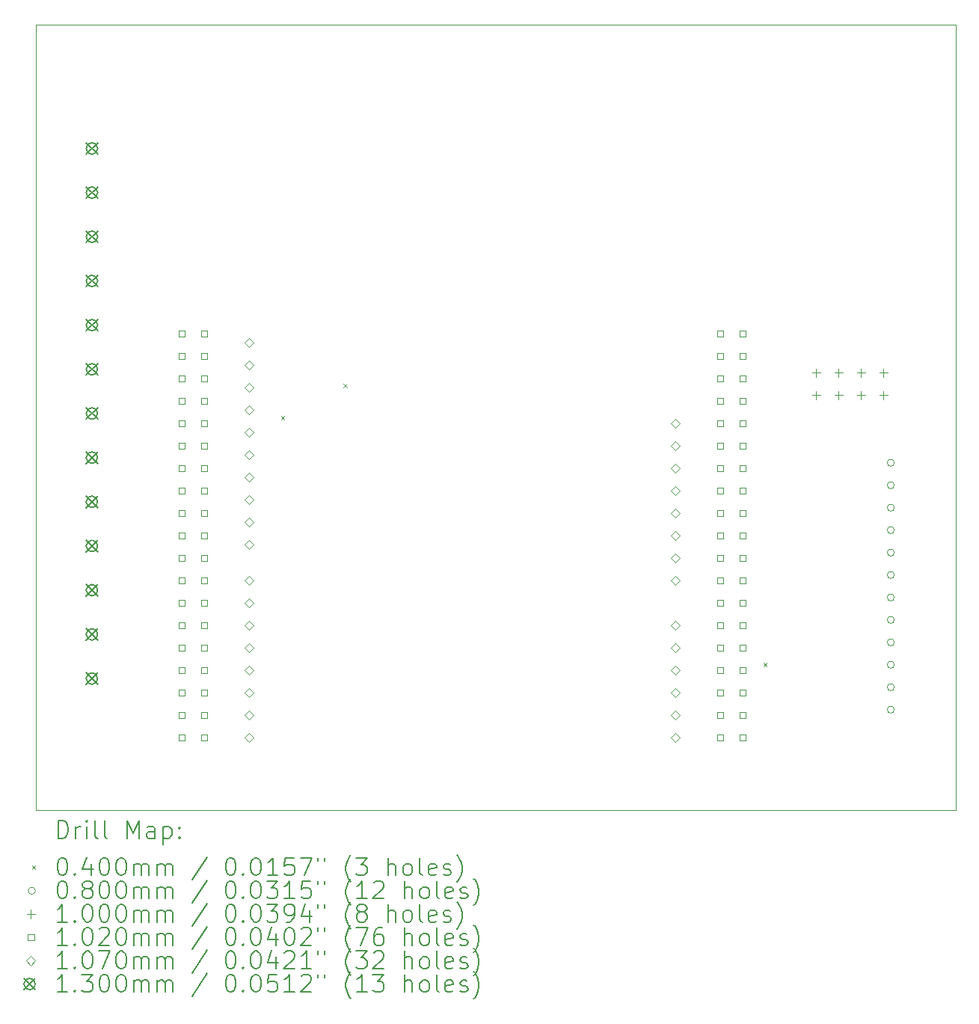
<source format=gbr>
%TF.GenerationSoftware,KiCad,Pcbnew,(6.0.11)*%
%TF.CreationDate,2023-03-04T13:30:12-06:00*%
%TF.ProjectId,STM,53544d2e-6b69-4636-9164-5f7063625858,rev?*%
%TF.SameCoordinates,Original*%
%TF.FileFunction,Drillmap*%
%TF.FilePolarity,Positive*%
%FSLAX45Y45*%
G04 Gerber Fmt 4.5, Leading zero omitted, Abs format (unit mm)*
G04 Created by KiCad (PCBNEW (6.0.11)) date 2023-03-04 13:30:12*
%MOMM*%
%LPD*%
G01*
G04 APERTURE LIST*
%ADD10C,0.100000*%
%ADD11C,0.200000*%
%ADD12C,0.040000*%
%ADD13C,0.080000*%
%ADD14C,0.102000*%
%ADD15C,0.107000*%
%ADD16C,0.130000*%
G04 APERTURE END LIST*
D10*
X15748000Y-14478000D02*
X15748000Y-5588000D01*
X15748000Y-5588000D02*
X5334000Y-5588000D01*
X5334000Y-14478000D02*
X15748000Y-14478000D01*
X5334000Y-5588000D02*
X5334000Y-14478000D01*
D11*
D12*
X8108000Y-10013000D02*
X8148000Y-10053000D01*
X8148000Y-10013000D02*
X8108000Y-10053000D01*
X8814820Y-9651730D02*
X8854820Y-9691730D01*
X8854820Y-9651730D02*
X8814820Y-9691730D01*
X13569000Y-12807000D02*
X13609000Y-12847000D01*
X13609000Y-12807000D02*
X13569000Y-12847000D01*
D13*
X15052000Y-10542500D02*
G75*
G03*
X15052000Y-10542500I-40000J0D01*
G01*
X15052000Y-10796500D02*
G75*
G03*
X15052000Y-10796500I-40000J0D01*
G01*
X15052000Y-11050500D02*
G75*
G03*
X15052000Y-11050500I-40000J0D01*
G01*
X15052000Y-11304500D02*
G75*
G03*
X15052000Y-11304500I-40000J0D01*
G01*
X15052000Y-11558500D02*
G75*
G03*
X15052000Y-11558500I-40000J0D01*
G01*
X15052000Y-11812500D02*
G75*
G03*
X15052000Y-11812500I-40000J0D01*
G01*
X15052000Y-12066500D02*
G75*
G03*
X15052000Y-12066500I-40000J0D01*
G01*
X15052000Y-12320500D02*
G75*
G03*
X15052000Y-12320500I-40000J0D01*
G01*
X15052000Y-12574500D02*
G75*
G03*
X15052000Y-12574500I-40000J0D01*
G01*
X15052000Y-12828500D02*
G75*
G03*
X15052000Y-12828500I-40000J0D01*
G01*
X15052000Y-13082500D02*
G75*
G03*
X15052000Y-13082500I-40000J0D01*
G01*
X15052000Y-13336500D02*
G75*
G03*
X15052000Y-13336500I-40000J0D01*
G01*
D10*
X14169500Y-9475000D02*
X14169500Y-9575000D01*
X14119500Y-9525000D02*
X14219500Y-9525000D01*
X14169500Y-9729000D02*
X14169500Y-9829000D01*
X14119500Y-9779000D02*
X14219500Y-9779000D01*
X14423500Y-9475000D02*
X14423500Y-9575000D01*
X14373500Y-9525000D02*
X14473500Y-9525000D01*
X14423500Y-9729000D02*
X14423500Y-9829000D01*
X14373500Y-9779000D02*
X14473500Y-9779000D01*
X14677500Y-9475000D02*
X14677500Y-9575000D01*
X14627500Y-9525000D02*
X14727500Y-9525000D01*
X14677500Y-9729000D02*
X14677500Y-9829000D01*
X14627500Y-9779000D02*
X14727500Y-9779000D01*
X14931500Y-9475000D02*
X14931500Y-9575000D01*
X14881500Y-9525000D02*
X14981500Y-9525000D01*
X14931500Y-9729000D02*
X14931500Y-9829000D01*
X14881500Y-9779000D02*
X14981500Y-9779000D01*
D14*
X7021063Y-9118063D02*
X7021063Y-9045937D01*
X6948937Y-9045937D01*
X6948937Y-9118063D01*
X7021063Y-9118063D01*
X7021063Y-9372063D02*
X7021063Y-9299937D01*
X6948937Y-9299937D01*
X6948937Y-9372063D01*
X7021063Y-9372063D01*
X7021063Y-9626063D02*
X7021063Y-9553937D01*
X6948937Y-9553937D01*
X6948937Y-9626063D01*
X7021063Y-9626063D01*
X7021063Y-9880063D02*
X7021063Y-9807937D01*
X6948937Y-9807937D01*
X6948937Y-9880063D01*
X7021063Y-9880063D01*
X7021063Y-10134063D02*
X7021063Y-10061937D01*
X6948937Y-10061937D01*
X6948937Y-10134063D01*
X7021063Y-10134063D01*
X7021063Y-10388063D02*
X7021063Y-10315937D01*
X6948937Y-10315937D01*
X6948937Y-10388063D01*
X7021063Y-10388063D01*
X7021063Y-10642063D02*
X7021063Y-10569937D01*
X6948937Y-10569937D01*
X6948937Y-10642063D01*
X7021063Y-10642063D01*
X7021063Y-10896063D02*
X7021063Y-10823937D01*
X6948937Y-10823937D01*
X6948937Y-10896063D01*
X7021063Y-10896063D01*
X7021063Y-11150063D02*
X7021063Y-11077937D01*
X6948937Y-11077937D01*
X6948937Y-11150063D01*
X7021063Y-11150063D01*
X7021063Y-11404063D02*
X7021063Y-11331937D01*
X6948937Y-11331937D01*
X6948937Y-11404063D01*
X7021063Y-11404063D01*
X7021063Y-11658063D02*
X7021063Y-11585937D01*
X6948937Y-11585937D01*
X6948937Y-11658063D01*
X7021063Y-11658063D01*
X7021063Y-11912063D02*
X7021063Y-11839937D01*
X6948937Y-11839937D01*
X6948937Y-11912063D01*
X7021063Y-11912063D01*
X7021063Y-12166063D02*
X7021063Y-12093937D01*
X6948937Y-12093937D01*
X6948937Y-12166063D01*
X7021063Y-12166063D01*
X7021063Y-12420063D02*
X7021063Y-12347937D01*
X6948937Y-12347937D01*
X6948937Y-12420063D01*
X7021063Y-12420063D01*
X7021063Y-12674063D02*
X7021063Y-12601937D01*
X6948937Y-12601937D01*
X6948937Y-12674063D01*
X7021063Y-12674063D01*
X7021063Y-12928063D02*
X7021063Y-12855937D01*
X6948937Y-12855937D01*
X6948937Y-12928063D01*
X7021063Y-12928063D01*
X7021063Y-13182063D02*
X7021063Y-13109937D01*
X6948937Y-13109937D01*
X6948937Y-13182063D01*
X7021063Y-13182063D01*
X7021063Y-13436063D02*
X7021063Y-13363937D01*
X6948937Y-13363937D01*
X6948937Y-13436063D01*
X7021063Y-13436063D01*
X7021063Y-13690063D02*
X7021063Y-13617937D01*
X6948937Y-13617937D01*
X6948937Y-13690063D01*
X7021063Y-13690063D01*
X7275063Y-9118063D02*
X7275063Y-9045937D01*
X7202937Y-9045937D01*
X7202937Y-9118063D01*
X7275063Y-9118063D01*
X7275063Y-9372063D02*
X7275063Y-9299937D01*
X7202937Y-9299937D01*
X7202937Y-9372063D01*
X7275063Y-9372063D01*
X7275063Y-9626063D02*
X7275063Y-9553937D01*
X7202937Y-9553937D01*
X7202937Y-9626063D01*
X7275063Y-9626063D01*
X7275063Y-9880063D02*
X7275063Y-9807937D01*
X7202937Y-9807937D01*
X7202937Y-9880063D01*
X7275063Y-9880063D01*
X7275063Y-10134063D02*
X7275063Y-10061937D01*
X7202937Y-10061937D01*
X7202937Y-10134063D01*
X7275063Y-10134063D01*
X7275063Y-10388063D02*
X7275063Y-10315937D01*
X7202937Y-10315937D01*
X7202937Y-10388063D01*
X7275063Y-10388063D01*
X7275063Y-10642063D02*
X7275063Y-10569937D01*
X7202937Y-10569937D01*
X7202937Y-10642063D01*
X7275063Y-10642063D01*
X7275063Y-10896063D02*
X7275063Y-10823937D01*
X7202937Y-10823937D01*
X7202937Y-10896063D01*
X7275063Y-10896063D01*
X7275063Y-11150063D02*
X7275063Y-11077937D01*
X7202937Y-11077937D01*
X7202937Y-11150063D01*
X7275063Y-11150063D01*
X7275063Y-11404063D02*
X7275063Y-11331937D01*
X7202937Y-11331937D01*
X7202937Y-11404063D01*
X7275063Y-11404063D01*
X7275063Y-11658063D02*
X7275063Y-11585937D01*
X7202937Y-11585937D01*
X7202937Y-11658063D01*
X7275063Y-11658063D01*
X7275063Y-11912063D02*
X7275063Y-11839937D01*
X7202937Y-11839937D01*
X7202937Y-11912063D01*
X7275063Y-11912063D01*
X7275063Y-12166063D02*
X7275063Y-12093937D01*
X7202937Y-12093937D01*
X7202937Y-12166063D01*
X7275063Y-12166063D01*
X7275063Y-12420063D02*
X7275063Y-12347937D01*
X7202937Y-12347937D01*
X7202937Y-12420063D01*
X7275063Y-12420063D01*
X7275063Y-12674063D02*
X7275063Y-12601937D01*
X7202937Y-12601937D01*
X7202937Y-12674063D01*
X7275063Y-12674063D01*
X7275063Y-12928063D02*
X7275063Y-12855937D01*
X7202937Y-12855937D01*
X7202937Y-12928063D01*
X7275063Y-12928063D01*
X7275063Y-13182063D02*
X7275063Y-13109937D01*
X7202937Y-13109937D01*
X7202937Y-13182063D01*
X7275063Y-13182063D01*
X7275063Y-13436063D02*
X7275063Y-13363937D01*
X7202937Y-13363937D01*
X7202937Y-13436063D01*
X7275063Y-13436063D01*
X7275063Y-13690063D02*
X7275063Y-13617937D01*
X7202937Y-13617937D01*
X7202937Y-13690063D01*
X7275063Y-13690063D01*
X13117063Y-9118063D02*
X13117063Y-9045937D01*
X13044937Y-9045937D01*
X13044937Y-9118063D01*
X13117063Y-9118063D01*
X13117063Y-9372063D02*
X13117063Y-9299937D01*
X13044937Y-9299937D01*
X13044937Y-9372063D01*
X13117063Y-9372063D01*
X13117063Y-9626063D02*
X13117063Y-9553937D01*
X13044937Y-9553937D01*
X13044937Y-9626063D01*
X13117063Y-9626063D01*
X13117063Y-9880063D02*
X13117063Y-9807937D01*
X13044937Y-9807937D01*
X13044937Y-9880063D01*
X13117063Y-9880063D01*
X13117063Y-10134063D02*
X13117063Y-10061937D01*
X13044937Y-10061937D01*
X13044937Y-10134063D01*
X13117063Y-10134063D01*
X13117063Y-10388063D02*
X13117063Y-10315937D01*
X13044937Y-10315937D01*
X13044937Y-10388063D01*
X13117063Y-10388063D01*
X13117063Y-10642063D02*
X13117063Y-10569937D01*
X13044937Y-10569937D01*
X13044937Y-10642063D01*
X13117063Y-10642063D01*
X13117063Y-10896063D02*
X13117063Y-10823937D01*
X13044937Y-10823937D01*
X13044937Y-10896063D01*
X13117063Y-10896063D01*
X13117063Y-11150063D02*
X13117063Y-11077937D01*
X13044937Y-11077937D01*
X13044937Y-11150063D01*
X13117063Y-11150063D01*
X13117063Y-11404063D02*
X13117063Y-11331937D01*
X13044937Y-11331937D01*
X13044937Y-11404063D01*
X13117063Y-11404063D01*
X13117063Y-11658063D02*
X13117063Y-11585937D01*
X13044937Y-11585937D01*
X13044937Y-11658063D01*
X13117063Y-11658063D01*
X13117063Y-11912063D02*
X13117063Y-11839937D01*
X13044937Y-11839937D01*
X13044937Y-11912063D01*
X13117063Y-11912063D01*
X13117063Y-12166063D02*
X13117063Y-12093937D01*
X13044937Y-12093937D01*
X13044937Y-12166063D01*
X13117063Y-12166063D01*
X13117063Y-12420063D02*
X13117063Y-12347937D01*
X13044937Y-12347937D01*
X13044937Y-12420063D01*
X13117063Y-12420063D01*
X13117063Y-12674063D02*
X13117063Y-12601937D01*
X13044937Y-12601937D01*
X13044937Y-12674063D01*
X13117063Y-12674063D01*
X13117063Y-12928063D02*
X13117063Y-12855937D01*
X13044937Y-12855937D01*
X13044937Y-12928063D01*
X13117063Y-12928063D01*
X13117063Y-13182063D02*
X13117063Y-13109937D01*
X13044937Y-13109937D01*
X13044937Y-13182063D01*
X13117063Y-13182063D01*
X13117063Y-13436063D02*
X13117063Y-13363937D01*
X13044937Y-13363937D01*
X13044937Y-13436063D01*
X13117063Y-13436063D01*
X13117063Y-13690063D02*
X13117063Y-13617937D01*
X13044937Y-13617937D01*
X13044937Y-13690063D01*
X13117063Y-13690063D01*
X13371063Y-9118063D02*
X13371063Y-9045937D01*
X13298937Y-9045937D01*
X13298937Y-9118063D01*
X13371063Y-9118063D01*
X13371063Y-9372063D02*
X13371063Y-9299937D01*
X13298937Y-9299937D01*
X13298937Y-9372063D01*
X13371063Y-9372063D01*
X13371063Y-9626063D02*
X13371063Y-9553937D01*
X13298937Y-9553937D01*
X13298937Y-9626063D01*
X13371063Y-9626063D01*
X13371063Y-9880063D02*
X13371063Y-9807937D01*
X13298937Y-9807937D01*
X13298937Y-9880063D01*
X13371063Y-9880063D01*
X13371063Y-10134063D02*
X13371063Y-10061937D01*
X13298937Y-10061937D01*
X13298937Y-10134063D01*
X13371063Y-10134063D01*
X13371063Y-10388063D02*
X13371063Y-10315937D01*
X13298937Y-10315937D01*
X13298937Y-10388063D01*
X13371063Y-10388063D01*
X13371063Y-10642063D02*
X13371063Y-10569937D01*
X13298937Y-10569937D01*
X13298937Y-10642063D01*
X13371063Y-10642063D01*
X13371063Y-10896063D02*
X13371063Y-10823937D01*
X13298937Y-10823937D01*
X13298937Y-10896063D01*
X13371063Y-10896063D01*
X13371063Y-11150063D02*
X13371063Y-11077937D01*
X13298937Y-11077937D01*
X13298937Y-11150063D01*
X13371063Y-11150063D01*
X13371063Y-11404063D02*
X13371063Y-11331937D01*
X13298937Y-11331937D01*
X13298937Y-11404063D01*
X13371063Y-11404063D01*
X13371063Y-11658063D02*
X13371063Y-11585937D01*
X13298937Y-11585937D01*
X13298937Y-11658063D01*
X13371063Y-11658063D01*
X13371063Y-11912063D02*
X13371063Y-11839937D01*
X13298937Y-11839937D01*
X13298937Y-11912063D01*
X13371063Y-11912063D01*
X13371063Y-12166063D02*
X13371063Y-12093937D01*
X13298937Y-12093937D01*
X13298937Y-12166063D01*
X13371063Y-12166063D01*
X13371063Y-12420063D02*
X13371063Y-12347937D01*
X13298937Y-12347937D01*
X13298937Y-12420063D01*
X13371063Y-12420063D01*
X13371063Y-12674063D02*
X13371063Y-12601937D01*
X13298937Y-12601937D01*
X13298937Y-12674063D01*
X13371063Y-12674063D01*
X13371063Y-12928063D02*
X13371063Y-12855937D01*
X13298937Y-12855937D01*
X13298937Y-12928063D01*
X13371063Y-12928063D01*
X13371063Y-13182063D02*
X13371063Y-13109937D01*
X13298937Y-13109937D01*
X13298937Y-13182063D01*
X13371063Y-13182063D01*
X13371063Y-13436063D02*
X13371063Y-13363937D01*
X13298937Y-13363937D01*
X13298937Y-13436063D01*
X13371063Y-13436063D01*
X13371063Y-13690063D02*
X13371063Y-13617937D01*
X13298937Y-13617937D01*
X13298937Y-13690063D01*
X13371063Y-13690063D01*
D15*
X7747000Y-9237500D02*
X7800500Y-9184000D01*
X7747000Y-9130500D01*
X7693500Y-9184000D01*
X7747000Y-9237500D01*
X7747000Y-9491500D02*
X7800500Y-9438000D01*
X7747000Y-9384500D01*
X7693500Y-9438000D01*
X7747000Y-9491500D01*
X7747000Y-9745500D02*
X7800500Y-9692000D01*
X7747000Y-9638500D01*
X7693500Y-9692000D01*
X7747000Y-9745500D01*
X7747000Y-9999500D02*
X7800500Y-9946000D01*
X7747000Y-9892500D01*
X7693500Y-9946000D01*
X7747000Y-9999500D01*
X7747000Y-10253500D02*
X7800500Y-10200000D01*
X7747000Y-10146500D01*
X7693500Y-10200000D01*
X7747000Y-10253500D01*
X7747000Y-10507500D02*
X7800500Y-10454000D01*
X7747000Y-10400500D01*
X7693500Y-10454000D01*
X7747000Y-10507500D01*
X7747000Y-10761500D02*
X7800500Y-10708000D01*
X7747000Y-10654500D01*
X7693500Y-10708000D01*
X7747000Y-10761500D01*
X7747000Y-11015500D02*
X7800500Y-10962000D01*
X7747000Y-10908500D01*
X7693500Y-10962000D01*
X7747000Y-11015500D01*
X7747000Y-11269500D02*
X7800500Y-11216000D01*
X7747000Y-11162500D01*
X7693500Y-11216000D01*
X7747000Y-11269500D01*
X7747000Y-11523500D02*
X7800500Y-11470000D01*
X7747000Y-11416500D01*
X7693500Y-11470000D01*
X7747000Y-11523500D01*
X7747000Y-11929500D02*
X7800500Y-11876000D01*
X7747000Y-11822500D01*
X7693500Y-11876000D01*
X7747000Y-11929500D01*
X7747000Y-12183500D02*
X7800500Y-12130000D01*
X7747000Y-12076500D01*
X7693500Y-12130000D01*
X7747000Y-12183500D01*
X7747000Y-12437500D02*
X7800500Y-12384000D01*
X7747000Y-12330500D01*
X7693500Y-12384000D01*
X7747000Y-12437500D01*
X7747000Y-12691500D02*
X7800500Y-12638000D01*
X7747000Y-12584500D01*
X7693500Y-12638000D01*
X7747000Y-12691500D01*
X7747000Y-12945500D02*
X7800500Y-12892000D01*
X7747000Y-12838500D01*
X7693500Y-12892000D01*
X7747000Y-12945500D01*
X7747000Y-13199500D02*
X7800500Y-13146000D01*
X7747000Y-13092500D01*
X7693500Y-13146000D01*
X7747000Y-13199500D01*
X7747000Y-13453500D02*
X7800500Y-13400000D01*
X7747000Y-13346500D01*
X7693500Y-13400000D01*
X7747000Y-13453500D01*
X7747000Y-13707500D02*
X7800500Y-13654000D01*
X7747000Y-13600500D01*
X7693500Y-13654000D01*
X7747000Y-13707500D01*
X12573000Y-10151500D02*
X12626500Y-10098000D01*
X12573000Y-10044500D01*
X12519500Y-10098000D01*
X12573000Y-10151500D01*
X12573000Y-10405500D02*
X12626500Y-10352000D01*
X12573000Y-10298500D01*
X12519500Y-10352000D01*
X12573000Y-10405500D01*
X12573000Y-10659500D02*
X12626500Y-10606000D01*
X12573000Y-10552500D01*
X12519500Y-10606000D01*
X12573000Y-10659500D01*
X12573000Y-10913500D02*
X12626500Y-10860000D01*
X12573000Y-10806500D01*
X12519500Y-10860000D01*
X12573000Y-10913500D01*
X12573000Y-11167500D02*
X12626500Y-11114000D01*
X12573000Y-11060500D01*
X12519500Y-11114000D01*
X12573000Y-11167500D01*
X12573000Y-11421500D02*
X12626500Y-11368000D01*
X12573000Y-11314500D01*
X12519500Y-11368000D01*
X12573000Y-11421500D01*
X12573000Y-11675500D02*
X12626500Y-11622000D01*
X12573000Y-11568500D01*
X12519500Y-11622000D01*
X12573000Y-11675500D01*
X12573000Y-11929500D02*
X12626500Y-11876000D01*
X12573000Y-11822500D01*
X12519500Y-11876000D01*
X12573000Y-11929500D01*
X12573000Y-12437500D02*
X12626500Y-12384000D01*
X12573000Y-12330500D01*
X12519500Y-12384000D01*
X12573000Y-12437500D01*
X12573000Y-12691500D02*
X12626500Y-12638000D01*
X12573000Y-12584500D01*
X12519500Y-12638000D01*
X12573000Y-12691500D01*
X12573000Y-12945500D02*
X12626500Y-12892000D01*
X12573000Y-12838500D01*
X12519500Y-12892000D01*
X12573000Y-12945500D01*
X12573000Y-13199500D02*
X12626500Y-13146000D01*
X12573000Y-13092500D01*
X12519500Y-13146000D01*
X12573000Y-13199500D01*
X12573000Y-13453500D02*
X12626500Y-13400000D01*
X12573000Y-13346500D01*
X12519500Y-13400000D01*
X12573000Y-13453500D01*
X12573000Y-13707500D02*
X12626500Y-13654000D01*
X12573000Y-13600500D01*
X12519500Y-13654000D01*
X12573000Y-13707500D01*
D16*
X5904000Y-6920000D02*
X6034000Y-7050000D01*
X6034000Y-6920000D02*
X5904000Y-7050000D01*
X6034000Y-6985000D02*
G75*
G03*
X6034000Y-6985000I-65000J0D01*
G01*
X5904000Y-7420000D02*
X6034000Y-7550000D01*
X6034000Y-7420000D02*
X5904000Y-7550000D01*
X6034000Y-7485000D02*
G75*
G03*
X6034000Y-7485000I-65000J0D01*
G01*
X5904000Y-7920000D02*
X6034000Y-8050000D01*
X6034000Y-7920000D02*
X5904000Y-8050000D01*
X6034000Y-7985000D02*
G75*
G03*
X6034000Y-7985000I-65000J0D01*
G01*
X5904000Y-8420000D02*
X6034000Y-8550000D01*
X6034000Y-8420000D02*
X5904000Y-8550000D01*
X6034000Y-8485000D02*
G75*
G03*
X6034000Y-8485000I-65000J0D01*
G01*
X5904000Y-8920000D02*
X6034000Y-9050000D01*
X6034000Y-8920000D02*
X5904000Y-9050000D01*
X6034000Y-8985000D02*
G75*
G03*
X6034000Y-8985000I-65000J0D01*
G01*
X5904000Y-9420000D02*
X6034000Y-9550000D01*
X6034000Y-9420000D02*
X5904000Y-9550000D01*
X6034000Y-9485000D02*
G75*
G03*
X6034000Y-9485000I-65000J0D01*
G01*
X5904000Y-9920000D02*
X6034000Y-10050000D01*
X6034000Y-9920000D02*
X5904000Y-10050000D01*
X6034000Y-9985000D02*
G75*
G03*
X6034000Y-9985000I-65000J0D01*
G01*
X5904000Y-10420000D02*
X6034000Y-10550000D01*
X6034000Y-10420000D02*
X5904000Y-10550000D01*
X6034000Y-10485000D02*
G75*
G03*
X6034000Y-10485000I-65000J0D01*
G01*
X5904000Y-10920000D02*
X6034000Y-11050000D01*
X6034000Y-10920000D02*
X5904000Y-11050000D01*
X6034000Y-10985000D02*
G75*
G03*
X6034000Y-10985000I-65000J0D01*
G01*
X5904000Y-11420000D02*
X6034000Y-11550000D01*
X6034000Y-11420000D02*
X5904000Y-11550000D01*
X6034000Y-11485000D02*
G75*
G03*
X6034000Y-11485000I-65000J0D01*
G01*
X5904000Y-11920000D02*
X6034000Y-12050000D01*
X6034000Y-11920000D02*
X5904000Y-12050000D01*
X6034000Y-11985000D02*
G75*
G03*
X6034000Y-11985000I-65000J0D01*
G01*
X5904000Y-12420000D02*
X6034000Y-12550000D01*
X6034000Y-12420000D02*
X5904000Y-12550000D01*
X6034000Y-12485000D02*
G75*
G03*
X6034000Y-12485000I-65000J0D01*
G01*
X5904000Y-12920000D02*
X6034000Y-13050000D01*
X6034000Y-12920000D02*
X5904000Y-13050000D01*
X6034000Y-12985000D02*
G75*
G03*
X6034000Y-12985000I-65000J0D01*
G01*
D11*
X5586619Y-14793476D02*
X5586619Y-14593476D01*
X5634238Y-14593476D01*
X5662809Y-14603000D01*
X5681857Y-14622048D01*
X5691381Y-14641095D01*
X5700905Y-14679190D01*
X5700905Y-14707762D01*
X5691381Y-14745857D01*
X5681857Y-14764905D01*
X5662809Y-14783952D01*
X5634238Y-14793476D01*
X5586619Y-14793476D01*
X5786619Y-14793476D02*
X5786619Y-14660143D01*
X5786619Y-14698238D02*
X5796143Y-14679190D01*
X5805667Y-14669667D01*
X5824714Y-14660143D01*
X5843762Y-14660143D01*
X5910428Y-14793476D02*
X5910428Y-14660143D01*
X5910428Y-14593476D02*
X5900905Y-14603000D01*
X5910428Y-14612524D01*
X5919952Y-14603000D01*
X5910428Y-14593476D01*
X5910428Y-14612524D01*
X6034238Y-14793476D02*
X6015190Y-14783952D01*
X6005667Y-14764905D01*
X6005667Y-14593476D01*
X6139000Y-14793476D02*
X6119952Y-14783952D01*
X6110428Y-14764905D01*
X6110428Y-14593476D01*
X6367571Y-14793476D02*
X6367571Y-14593476D01*
X6434238Y-14736333D01*
X6500905Y-14593476D01*
X6500905Y-14793476D01*
X6681857Y-14793476D02*
X6681857Y-14688714D01*
X6672333Y-14669667D01*
X6653286Y-14660143D01*
X6615190Y-14660143D01*
X6596143Y-14669667D01*
X6681857Y-14783952D02*
X6662809Y-14793476D01*
X6615190Y-14793476D01*
X6596143Y-14783952D01*
X6586619Y-14764905D01*
X6586619Y-14745857D01*
X6596143Y-14726809D01*
X6615190Y-14717286D01*
X6662809Y-14717286D01*
X6681857Y-14707762D01*
X6777095Y-14660143D02*
X6777095Y-14860143D01*
X6777095Y-14669667D02*
X6796143Y-14660143D01*
X6834238Y-14660143D01*
X6853286Y-14669667D01*
X6862809Y-14679190D01*
X6872333Y-14698238D01*
X6872333Y-14755381D01*
X6862809Y-14774428D01*
X6853286Y-14783952D01*
X6834238Y-14793476D01*
X6796143Y-14793476D01*
X6777095Y-14783952D01*
X6958048Y-14774428D02*
X6967571Y-14783952D01*
X6958048Y-14793476D01*
X6948524Y-14783952D01*
X6958048Y-14774428D01*
X6958048Y-14793476D01*
X6958048Y-14669667D02*
X6967571Y-14679190D01*
X6958048Y-14688714D01*
X6948524Y-14679190D01*
X6958048Y-14669667D01*
X6958048Y-14688714D01*
D12*
X5289000Y-15103000D02*
X5329000Y-15143000D01*
X5329000Y-15103000D02*
X5289000Y-15143000D01*
D11*
X5624714Y-15013476D02*
X5643762Y-15013476D01*
X5662809Y-15023000D01*
X5672333Y-15032524D01*
X5681857Y-15051571D01*
X5691381Y-15089667D01*
X5691381Y-15137286D01*
X5681857Y-15175381D01*
X5672333Y-15194428D01*
X5662809Y-15203952D01*
X5643762Y-15213476D01*
X5624714Y-15213476D01*
X5605667Y-15203952D01*
X5596143Y-15194428D01*
X5586619Y-15175381D01*
X5577095Y-15137286D01*
X5577095Y-15089667D01*
X5586619Y-15051571D01*
X5596143Y-15032524D01*
X5605667Y-15023000D01*
X5624714Y-15013476D01*
X5777095Y-15194428D02*
X5786619Y-15203952D01*
X5777095Y-15213476D01*
X5767571Y-15203952D01*
X5777095Y-15194428D01*
X5777095Y-15213476D01*
X5958048Y-15080143D02*
X5958048Y-15213476D01*
X5910428Y-15003952D02*
X5862809Y-15146809D01*
X5986619Y-15146809D01*
X6100905Y-15013476D02*
X6119952Y-15013476D01*
X6139000Y-15023000D01*
X6148524Y-15032524D01*
X6158048Y-15051571D01*
X6167571Y-15089667D01*
X6167571Y-15137286D01*
X6158048Y-15175381D01*
X6148524Y-15194428D01*
X6139000Y-15203952D01*
X6119952Y-15213476D01*
X6100905Y-15213476D01*
X6081857Y-15203952D01*
X6072333Y-15194428D01*
X6062809Y-15175381D01*
X6053286Y-15137286D01*
X6053286Y-15089667D01*
X6062809Y-15051571D01*
X6072333Y-15032524D01*
X6081857Y-15023000D01*
X6100905Y-15013476D01*
X6291381Y-15013476D02*
X6310428Y-15013476D01*
X6329476Y-15023000D01*
X6339000Y-15032524D01*
X6348524Y-15051571D01*
X6358048Y-15089667D01*
X6358048Y-15137286D01*
X6348524Y-15175381D01*
X6339000Y-15194428D01*
X6329476Y-15203952D01*
X6310428Y-15213476D01*
X6291381Y-15213476D01*
X6272333Y-15203952D01*
X6262809Y-15194428D01*
X6253286Y-15175381D01*
X6243762Y-15137286D01*
X6243762Y-15089667D01*
X6253286Y-15051571D01*
X6262809Y-15032524D01*
X6272333Y-15023000D01*
X6291381Y-15013476D01*
X6443762Y-15213476D02*
X6443762Y-15080143D01*
X6443762Y-15099190D02*
X6453286Y-15089667D01*
X6472333Y-15080143D01*
X6500905Y-15080143D01*
X6519952Y-15089667D01*
X6529476Y-15108714D01*
X6529476Y-15213476D01*
X6529476Y-15108714D02*
X6539000Y-15089667D01*
X6558048Y-15080143D01*
X6586619Y-15080143D01*
X6605667Y-15089667D01*
X6615190Y-15108714D01*
X6615190Y-15213476D01*
X6710428Y-15213476D02*
X6710428Y-15080143D01*
X6710428Y-15099190D02*
X6719952Y-15089667D01*
X6739000Y-15080143D01*
X6767571Y-15080143D01*
X6786619Y-15089667D01*
X6796143Y-15108714D01*
X6796143Y-15213476D01*
X6796143Y-15108714D02*
X6805667Y-15089667D01*
X6824714Y-15080143D01*
X6853286Y-15080143D01*
X6872333Y-15089667D01*
X6881857Y-15108714D01*
X6881857Y-15213476D01*
X7272333Y-15003952D02*
X7100905Y-15261095D01*
X7529476Y-15013476D02*
X7548524Y-15013476D01*
X7567571Y-15023000D01*
X7577095Y-15032524D01*
X7586619Y-15051571D01*
X7596143Y-15089667D01*
X7596143Y-15137286D01*
X7586619Y-15175381D01*
X7577095Y-15194428D01*
X7567571Y-15203952D01*
X7548524Y-15213476D01*
X7529476Y-15213476D01*
X7510428Y-15203952D01*
X7500905Y-15194428D01*
X7491381Y-15175381D01*
X7481857Y-15137286D01*
X7481857Y-15089667D01*
X7491381Y-15051571D01*
X7500905Y-15032524D01*
X7510428Y-15023000D01*
X7529476Y-15013476D01*
X7681857Y-15194428D02*
X7691381Y-15203952D01*
X7681857Y-15213476D01*
X7672333Y-15203952D01*
X7681857Y-15194428D01*
X7681857Y-15213476D01*
X7815190Y-15013476D02*
X7834238Y-15013476D01*
X7853286Y-15023000D01*
X7862809Y-15032524D01*
X7872333Y-15051571D01*
X7881857Y-15089667D01*
X7881857Y-15137286D01*
X7872333Y-15175381D01*
X7862809Y-15194428D01*
X7853286Y-15203952D01*
X7834238Y-15213476D01*
X7815190Y-15213476D01*
X7796143Y-15203952D01*
X7786619Y-15194428D01*
X7777095Y-15175381D01*
X7767571Y-15137286D01*
X7767571Y-15089667D01*
X7777095Y-15051571D01*
X7786619Y-15032524D01*
X7796143Y-15023000D01*
X7815190Y-15013476D01*
X8072333Y-15213476D02*
X7958048Y-15213476D01*
X8015190Y-15213476D02*
X8015190Y-15013476D01*
X7996143Y-15042048D01*
X7977095Y-15061095D01*
X7958048Y-15070619D01*
X8253286Y-15013476D02*
X8158048Y-15013476D01*
X8148524Y-15108714D01*
X8158048Y-15099190D01*
X8177095Y-15089667D01*
X8224714Y-15089667D01*
X8243762Y-15099190D01*
X8253286Y-15108714D01*
X8262809Y-15127762D01*
X8262809Y-15175381D01*
X8253286Y-15194428D01*
X8243762Y-15203952D01*
X8224714Y-15213476D01*
X8177095Y-15213476D01*
X8158048Y-15203952D01*
X8148524Y-15194428D01*
X8329476Y-15013476D02*
X8462810Y-15013476D01*
X8377095Y-15213476D01*
X8529476Y-15013476D02*
X8529476Y-15051571D01*
X8605667Y-15013476D02*
X8605667Y-15051571D01*
X8900905Y-15289667D02*
X8891381Y-15280143D01*
X8872333Y-15251571D01*
X8862810Y-15232524D01*
X8853286Y-15203952D01*
X8843762Y-15156333D01*
X8843762Y-15118238D01*
X8853286Y-15070619D01*
X8862810Y-15042048D01*
X8872333Y-15023000D01*
X8891381Y-14994428D01*
X8900905Y-14984905D01*
X8958048Y-15013476D02*
X9081857Y-15013476D01*
X9015190Y-15089667D01*
X9043762Y-15089667D01*
X9062810Y-15099190D01*
X9072333Y-15108714D01*
X9081857Y-15127762D01*
X9081857Y-15175381D01*
X9072333Y-15194428D01*
X9062810Y-15203952D01*
X9043762Y-15213476D01*
X8986619Y-15213476D01*
X8967571Y-15203952D01*
X8958048Y-15194428D01*
X9319952Y-15213476D02*
X9319952Y-15013476D01*
X9405667Y-15213476D02*
X9405667Y-15108714D01*
X9396143Y-15089667D01*
X9377095Y-15080143D01*
X9348524Y-15080143D01*
X9329476Y-15089667D01*
X9319952Y-15099190D01*
X9529476Y-15213476D02*
X9510429Y-15203952D01*
X9500905Y-15194428D01*
X9491381Y-15175381D01*
X9491381Y-15118238D01*
X9500905Y-15099190D01*
X9510429Y-15089667D01*
X9529476Y-15080143D01*
X9558048Y-15080143D01*
X9577095Y-15089667D01*
X9586619Y-15099190D01*
X9596143Y-15118238D01*
X9596143Y-15175381D01*
X9586619Y-15194428D01*
X9577095Y-15203952D01*
X9558048Y-15213476D01*
X9529476Y-15213476D01*
X9710429Y-15213476D02*
X9691381Y-15203952D01*
X9681857Y-15184905D01*
X9681857Y-15013476D01*
X9862810Y-15203952D02*
X9843762Y-15213476D01*
X9805667Y-15213476D01*
X9786619Y-15203952D01*
X9777095Y-15184905D01*
X9777095Y-15108714D01*
X9786619Y-15089667D01*
X9805667Y-15080143D01*
X9843762Y-15080143D01*
X9862810Y-15089667D01*
X9872333Y-15108714D01*
X9872333Y-15127762D01*
X9777095Y-15146809D01*
X9948524Y-15203952D02*
X9967571Y-15213476D01*
X10005667Y-15213476D01*
X10024714Y-15203952D01*
X10034238Y-15184905D01*
X10034238Y-15175381D01*
X10024714Y-15156333D01*
X10005667Y-15146809D01*
X9977095Y-15146809D01*
X9958048Y-15137286D01*
X9948524Y-15118238D01*
X9948524Y-15108714D01*
X9958048Y-15089667D01*
X9977095Y-15080143D01*
X10005667Y-15080143D01*
X10024714Y-15089667D01*
X10100905Y-15289667D02*
X10110429Y-15280143D01*
X10129476Y-15251571D01*
X10139000Y-15232524D01*
X10148524Y-15203952D01*
X10158048Y-15156333D01*
X10158048Y-15118238D01*
X10148524Y-15070619D01*
X10139000Y-15042048D01*
X10129476Y-15023000D01*
X10110429Y-14994428D01*
X10100905Y-14984905D01*
D13*
X5329000Y-15387000D02*
G75*
G03*
X5329000Y-15387000I-40000J0D01*
G01*
D11*
X5624714Y-15277476D02*
X5643762Y-15277476D01*
X5662809Y-15287000D01*
X5672333Y-15296524D01*
X5681857Y-15315571D01*
X5691381Y-15353667D01*
X5691381Y-15401286D01*
X5681857Y-15439381D01*
X5672333Y-15458428D01*
X5662809Y-15467952D01*
X5643762Y-15477476D01*
X5624714Y-15477476D01*
X5605667Y-15467952D01*
X5596143Y-15458428D01*
X5586619Y-15439381D01*
X5577095Y-15401286D01*
X5577095Y-15353667D01*
X5586619Y-15315571D01*
X5596143Y-15296524D01*
X5605667Y-15287000D01*
X5624714Y-15277476D01*
X5777095Y-15458428D02*
X5786619Y-15467952D01*
X5777095Y-15477476D01*
X5767571Y-15467952D01*
X5777095Y-15458428D01*
X5777095Y-15477476D01*
X5900905Y-15363190D02*
X5881857Y-15353667D01*
X5872333Y-15344143D01*
X5862809Y-15325095D01*
X5862809Y-15315571D01*
X5872333Y-15296524D01*
X5881857Y-15287000D01*
X5900905Y-15277476D01*
X5939000Y-15277476D01*
X5958048Y-15287000D01*
X5967571Y-15296524D01*
X5977095Y-15315571D01*
X5977095Y-15325095D01*
X5967571Y-15344143D01*
X5958048Y-15353667D01*
X5939000Y-15363190D01*
X5900905Y-15363190D01*
X5881857Y-15372714D01*
X5872333Y-15382238D01*
X5862809Y-15401286D01*
X5862809Y-15439381D01*
X5872333Y-15458428D01*
X5881857Y-15467952D01*
X5900905Y-15477476D01*
X5939000Y-15477476D01*
X5958048Y-15467952D01*
X5967571Y-15458428D01*
X5977095Y-15439381D01*
X5977095Y-15401286D01*
X5967571Y-15382238D01*
X5958048Y-15372714D01*
X5939000Y-15363190D01*
X6100905Y-15277476D02*
X6119952Y-15277476D01*
X6139000Y-15287000D01*
X6148524Y-15296524D01*
X6158048Y-15315571D01*
X6167571Y-15353667D01*
X6167571Y-15401286D01*
X6158048Y-15439381D01*
X6148524Y-15458428D01*
X6139000Y-15467952D01*
X6119952Y-15477476D01*
X6100905Y-15477476D01*
X6081857Y-15467952D01*
X6072333Y-15458428D01*
X6062809Y-15439381D01*
X6053286Y-15401286D01*
X6053286Y-15353667D01*
X6062809Y-15315571D01*
X6072333Y-15296524D01*
X6081857Y-15287000D01*
X6100905Y-15277476D01*
X6291381Y-15277476D02*
X6310428Y-15277476D01*
X6329476Y-15287000D01*
X6339000Y-15296524D01*
X6348524Y-15315571D01*
X6358048Y-15353667D01*
X6358048Y-15401286D01*
X6348524Y-15439381D01*
X6339000Y-15458428D01*
X6329476Y-15467952D01*
X6310428Y-15477476D01*
X6291381Y-15477476D01*
X6272333Y-15467952D01*
X6262809Y-15458428D01*
X6253286Y-15439381D01*
X6243762Y-15401286D01*
X6243762Y-15353667D01*
X6253286Y-15315571D01*
X6262809Y-15296524D01*
X6272333Y-15287000D01*
X6291381Y-15277476D01*
X6443762Y-15477476D02*
X6443762Y-15344143D01*
X6443762Y-15363190D02*
X6453286Y-15353667D01*
X6472333Y-15344143D01*
X6500905Y-15344143D01*
X6519952Y-15353667D01*
X6529476Y-15372714D01*
X6529476Y-15477476D01*
X6529476Y-15372714D02*
X6539000Y-15353667D01*
X6558048Y-15344143D01*
X6586619Y-15344143D01*
X6605667Y-15353667D01*
X6615190Y-15372714D01*
X6615190Y-15477476D01*
X6710428Y-15477476D02*
X6710428Y-15344143D01*
X6710428Y-15363190D02*
X6719952Y-15353667D01*
X6739000Y-15344143D01*
X6767571Y-15344143D01*
X6786619Y-15353667D01*
X6796143Y-15372714D01*
X6796143Y-15477476D01*
X6796143Y-15372714D02*
X6805667Y-15353667D01*
X6824714Y-15344143D01*
X6853286Y-15344143D01*
X6872333Y-15353667D01*
X6881857Y-15372714D01*
X6881857Y-15477476D01*
X7272333Y-15267952D02*
X7100905Y-15525095D01*
X7529476Y-15277476D02*
X7548524Y-15277476D01*
X7567571Y-15287000D01*
X7577095Y-15296524D01*
X7586619Y-15315571D01*
X7596143Y-15353667D01*
X7596143Y-15401286D01*
X7586619Y-15439381D01*
X7577095Y-15458428D01*
X7567571Y-15467952D01*
X7548524Y-15477476D01*
X7529476Y-15477476D01*
X7510428Y-15467952D01*
X7500905Y-15458428D01*
X7491381Y-15439381D01*
X7481857Y-15401286D01*
X7481857Y-15353667D01*
X7491381Y-15315571D01*
X7500905Y-15296524D01*
X7510428Y-15287000D01*
X7529476Y-15277476D01*
X7681857Y-15458428D02*
X7691381Y-15467952D01*
X7681857Y-15477476D01*
X7672333Y-15467952D01*
X7681857Y-15458428D01*
X7681857Y-15477476D01*
X7815190Y-15277476D02*
X7834238Y-15277476D01*
X7853286Y-15287000D01*
X7862809Y-15296524D01*
X7872333Y-15315571D01*
X7881857Y-15353667D01*
X7881857Y-15401286D01*
X7872333Y-15439381D01*
X7862809Y-15458428D01*
X7853286Y-15467952D01*
X7834238Y-15477476D01*
X7815190Y-15477476D01*
X7796143Y-15467952D01*
X7786619Y-15458428D01*
X7777095Y-15439381D01*
X7767571Y-15401286D01*
X7767571Y-15353667D01*
X7777095Y-15315571D01*
X7786619Y-15296524D01*
X7796143Y-15287000D01*
X7815190Y-15277476D01*
X7948524Y-15277476D02*
X8072333Y-15277476D01*
X8005667Y-15353667D01*
X8034238Y-15353667D01*
X8053286Y-15363190D01*
X8062809Y-15372714D01*
X8072333Y-15391762D01*
X8072333Y-15439381D01*
X8062809Y-15458428D01*
X8053286Y-15467952D01*
X8034238Y-15477476D01*
X7977095Y-15477476D01*
X7958048Y-15467952D01*
X7948524Y-15458428D01*
X8262809Y-15477476D02*
X8148524Y-15477476D01*
X8205667Y-15477476D02*
X8205667Y-15277476D01*
X8186619Y-15306048D01*
X8167571Y-15325095D01*
X8148524Y-15334619D01*
X8443762Y-15277476D02*
X8348524Y-15277476D01*
X8339000Y-15372714D01*
X8348524Y-15363190D01*
X8367571Y-15353667D01*
X8415190Y-15353667D01*
X8434238Y-15363190D01*
X8443762Y-15372714D01*
X8453286Y-15391762D01*
X8453286Y-15439381D01*
X8443762Y-15458428D01*
X8434238Y-15467952D01*
X8415190Y-15477476D01*
X8367571Y-15477476D01*
X8348524Y-15467952D01*
X8339000Y-15458428D01*
X8529476Y-15277476D02*
X8529476Y-15315571D01*
X8605667Y-15277476D02*
X8605667Y-15315571D01*
X8900905Y-15553667D02*
X8891381Y-15544143D01*
X8872333Y-15515571D01*
X8862810Y-15496524D01*
X8853286Y-15467952D01*
X8843762Y-15420333D01*
X8843762Y-15382238D01*
X8853286Y-15334619D01*
X8862810Y-15306048D01*
X8872333Y-15287000D01*
X8891381Y-15258428D01*
X8900905Y-15248905D01*
X9081857Y-15477476D02*
X8967571Y-15477476D01*
X9024714Y-15477476D02*
X9024714Y-15277476D01*
X9005667Y-15306048D01*
X8986619Y-15325095D01*
X8967571Y-15334619D01*
X9158048Y-15296524D02*
X9167571Y-15287000D01*
X9186619Y-15277476D01*
X9234238Y-15277476D01*
X9253286Y-15287000D01*
X9262810Y-15296524D01*
X9272333Y-15315571D01*
X9272333Y-15334619D01*
X9262810Y-15363190D01*
X9148524Y-15477476D01*
X9272333Y-15477476D01*
X9510429Y-15477476D02*
X9510429Y-15277476D01*
X9596143Y-15477476D02*
X9596143Y-15372714D01*
X9586619Y-15353667D01*
X9567571Y-15344143D01*
X9539000Y-15344143D01*
X9519952Y-15353667D01*
X9510429Y-15363190D01*
X9719952Y-15477476D02*
X9700905Y-15467952D01*
X9691381Y-15458428D01*
X9681857Y-15439381D01*
X9681857Y-15382238D01*
X9691381Y-15363190D01*
X9700905Y-15353667D01*
X9719952Y-15344143D01*
X9748524Y-15344143D01*
X9767571Y-15353667D01*
X9777095Y-15363190D01*
X9786619Y-15382238D01*
X9786619Y-15439381D01*
X9777095Y-15458428D01*
X9767571Y-15467952D01*
X9748524Y-15477476D01*
X9719952Y-15477476D01*
X9900905Y-15477476D02*
X9881857Y-15467952D01*
X9872333Y-15448905D01*
X9872333Y-15277476D01*
X10053286Y-15467952D02*
X10034238Y-15477476D01*
X9996143Y-15477476D01*
X9977095Y-15467952D01*
X9967571Y-15448905D01*
X9967571Y-15372714D01*
X9977095Y-15353667D01*
X9996143Y-15344143D01*
X10034238Y-15344143D01*
X10053286Y-15353667D01*
X10062810Y-15372714D01*
X10062810Y-15391762D01*
X9967571Y-15410809D01*
X10139000Y-15467952D02*
X10158048Y-15477476D01*
X10196143Y-15477476D01*
X10215190Y-15467952D01*
X10224714Y-15448905D01*
X10224714Y-15439381D01*
X10215190Y-15420333D01*
X10196143Y-15410809D01*
X10167571Y-15410809D01*
X10148524Y-15401286D01*
X10139000Y-15382238D01*
X10139000Y-15372714D01*
X10148524Y-15353667D01*
X10167571Y-15344143D01*
X10196143Y-15344143D01*
X10215190Y-15353667D01*
X10291381Y-15553667D02*
X10300905Y-15544143D01*
X10319952Y-15515571D01*
X10329476Y-15496524D01*
X10339000Y-15467952D01*
X10348524Y-15420333D01*
X10348524Y-15382238D01*
X10339000Y-15334619D01*
X10329476Y-15306048D01*
X10319952Y-15287000D01*
X10300905Y-15258428D01*
X10291381Y-15248905D01*
D10*
X5279000Y-15601000D02*
X5279000Y-15701000D01*
X5229000Y-15651000D02*
X5329000Y-15651000D01*
D11*
X5691381Y-15741476D02*
X5577095Y-15741476D01*
X5634238Y-15741476D02*
X5634238Y-15541476D01*
X5615190Y-15570048D01*
X5596143Y-15589095D01*
X5577095Y-15598619D01*
X5777095Y-15722428D02*
X5786619Y-15731952D01*
X5777095Y-15741476D01*
X5767571Y-15731952D01*
X5777095Y-15722428D01*
X5777095Y-15741476D01*
X5910428Y-15541476D02*
X5929476Y-15541476D01*
X5948524Y-15551000D01*
X5958048Y-15560524D01*
X5967571Y-15579571D01*
X5977095Y-15617667D01*
X5977095Y-15665286D01*
X5967571Y-15703381D01*
X5958048Y-15722428D01*
X5948524Y-15731952D01*
X5929476Y-15741476D01*
X5910428Y-15741476D01*
X5891381Y-15731952D01*
X5881857Y-15722428D01*
X5872333Y-15703381D01*
X5862809Y-15665286D01*
X5862809Y-15617667D01*
X5872333Y-15579571D01*
X5881857Y-15560524D01*
X5891381Y-15551000D01*
X5910428Y-15541476D01*
X6100905Y-15541476D02*
X6119952Y-15541476D01*
X6139000Y-15551000D01*
X6148524Y-15560524D01*
X6158048Y-15579571D01*
X6167571Y-15617667D01*
X6167571Y-15665286D01*
X6158048Y-15703381D01*
X6148524Y-15722428D01*
X6139000Y-15731952D01*
X6119952Y-15741476D01*
X6100905Y-15741476D01*
X6081857Y-15731952D01*
X6072333Y-15722428D01*
X6062809Y-15703381D01*
X6053286Y-15665286D01*
X6053286Y-15617667D01*
X6062809Y-15579571D01*
X6072333Y-15560524D01*
X6081857Y-15551000D01*
X6100905Y-15541476D01*
X6291381Y-15541476D02*
X6310428Y-15541476D01*
X6329476Y-15551000D01*
X6339000Y-15560524D01*
X6348524Y-15579571D01*
X6358048Y-15617667D01*
X6358048Y-15665286D01*
X6348524Y-15703381D01*
X6339000Y-15722428D01*
X6329476Y-15731952D01*
X6310428Y-15741476D01*
X6291381Y-15741476D01*
X6272333Y-15731952D01*
X6262809Y-15722428D01*
X6253286Y-15703381D01*
X6243762Y-15665286D01*
X6243762Y-15617667D01*
X6253286Y-15579571D01*
X6262809Y-15560524D01*
X6272333Y-15551000D01*
X6291381Y-15541476D01*
X6443762Y-15741476D02*
X6443762Y-15608143D01*
X6443762Y-15627190D02*
X6453286Y-15617667D01*
X6472333Y-15608143D01*
X6500905Y-15608143D01*
X6519952Y-15617667D01*
X6529476Y-15636714D01*
X6529476Y-15741476D01*
X6529476Y-15636714D02*
X6539000Y-15617667D01*
X6558048Y-15608143D01*
X6586619Y-15608143D01*
X6605667Y-15617667D01*
X6615190Y-15636714D01*
X6615190Y-15741476D01*
X6710428Y-15741476D02*
X6710428Y-15608143D01*
X6710428Y-15627190D02*
X6719952Y-15617667D01*
X6739000Y-15608143D01*
X6767571Y-15608143D01*
X6786619Y-15617667D01*
X6796143Y-15636714D01*
X6796143Y-15741476D01*
X6796143Y-15636714D02*
X6805667Y-15617667D01*
X6824714Y-15608143D01*
X6853286Y-15608143D01*
X6872333Y-15617667D01*
X6881857Y-15636714D01*
X6881857Y-15741476D01*
X7272333Y-15531952D02*
X7100905Y-15789095D01*
X7529476Y-15541476D02*
X7548524Y-15541476D01*
X7567571Y-15551000D01*
X7577095Y-15560524D01*
X7586619Y-15579571D01*
X7596143Y-15617667D01*
X7596143Y-15665286D01*
X7586619Y-15703381D01*
X7577095Y-15722428D01*
X7567571Y-15731952D01*
X7548524Y-15741476D01*
X7529476Y-15741476D01*
X7510428Y-15731952D01*
X7500905Y-15722428D01*
X7491381Y-15703381D01*
X7481857Y-15665286D01*
X7481857Y-15617667D01*
X7491381Y-15579571D01*
X7500905Y-15560524D01*
X7510428Y-15551000D01*
X7529476Y-15541476D01*
X7681857Y-15722428D02*
X7691381Y-15731952D01*
X7681857Y-15741476D01*
X7672333Y-15731952D01*
X7681857Y-15722428D01*
X7681857Y-15741476D01*
X7815190Y-15541476D02*
X7834238Y-15541476D01*
X7853286Y-15551000D01*
X7862809Y-15560524D01*
X7872333Y-15579571D01*
X7881857Y-15617667D01*
X7881857Y-15665286D01*
X7872333Y-15703381D01*
X7862809Y-15722428D01*
X7853286Y-15731952D01*
X7834238Y-15741476D01*
X7815190Y-15741476D01*
X7796143Y-15731952D01*
X7786619Y-15722428D01*
X7777095Y-15703381D01*
X7767571Y-15665286D01*
X7767571Y-15617667D01*
X7777095Y-15579571D01*
X7786619Y-15560524D01*
X7796143Y-15551000D01*
X7815190Y-15541476D01*
X7948524Y-15541476D02*
X8072333Y-15541476D01*
X8005667Y-15617667D01*
X8034238Y-15617667D01*
X8053286Y-15627190D01*
X8062809Y-15636714D01*
X8072333Y-15655762D01*
X8072333Y-15703381D01*
X8062809Y-15722428D01*
X8053286Y-15731952D01*
X8034238Y-15741476D01*
X7977095Y-15741476D01*
X7958048Y-15731952D01*
X7948524Y-15722428D01*
X8167571Y-15741476D02*
X8205667Y-15741476D01*
X8224714Y-15731952D01*
X8234238Y-15722428D01*
X8253286Y-15693857D01*
X8262809Y-15655762D01*
X8262809Y-15579571D01*
X8253286Y-15560524D01*
X8243762Y-15551000D01*
X8224714Y-15541476D01*
X8186619Y-15541476D01*
X8167571Y-15551000D01*
X8158048Y-15560524D01*
X8148524Y-15579571D01*
X8148524Y-15627190D01*
X8158048Y-15646238D01*
X8167571Y-15655762D01*
X8186619Y-15665286D01*
X8224714Y-15665286D01*
X8243762Y-15655762D01*
X8253286Y-15646238D01*
X8262809Y-15627190D01*
X8434238Y-15608143D02*
X8434238Y-15741476D01*
X8386619Y-15531952D02*
X8339000Y-15674809D01*
X8462810Y-15674809D01*
X8529476Y-15541476D02*
X8529476Y-15579571D01*
X8605667Y-15541476D02*
X8605667Y-15579571D01*
X8900905Y-15817667D02*
X8891381Y-15808143D01*
X8872333Y-15779571D01*
X8862810Y-15760524D01*
X8853286Y-15731952D01*
X8843762Y-15684333D01*
X8843762Y-15646238D01*
X8853286Y-15598619D01*
X8862810Y-15570048D01*
X8872333Y-15551000D01*
X8891381Y-15522428D01*
X8900905Y-15512905D01*
X9005667Y-15627190D02*
X8986619Y-15617667D01*
X8977095Y-15608143D01*
X8967571Y-15589095D01*
X8967571Y-15579571D01*
X8977095Y-15560524D01*
X8986619Y-15551000D01*
X9005667Y-15541476D01*
X9043762Y-15541476D01*
X9062810Y-15551000D01*
X9072333Y-15560524D01*
X9081857Y-15579571D01*
X9081857Y-15589095D01*
X9072333Y-15608143D01*
X9062810Y-15617667D01*
X9043762Y-15627190D01*
X9005667Y-15627190D01*
X8986619Y-15636714D01*
X8977095Y-15646238D01*
X8967571Y-15665286D01*
X8967571Y-15703381D01*
X8977095Y-15722428D01*
X8986619Y-15731952D01*
X9005667Y-15741476D01*
X9043762Y-15741476D01*
X9062810Y-15731952D01*
X9072333Y-15722428D01*
X9081857Y-15703381D01*
X9081857Y-15665286D01*
X9072333Y-15646238D01*
X9062810Y-15636714D01*
X9043762Y-15627190D01*
X9319952Y-15741476D02*
X9319952Y-15541476D01*
X9405667Y-15741476D02*
X9405667Y-15636714D01*
X9396143Y-15617667D01*
X9377095Y-15608143D01*
X9348524Y-15608143D01*
X9329476Y-15617667D01*
X9319952Y-15627190D01*
X9529476Y-15741476D02*
X9510429Y-15731952D01*
X9500905Y-15722428D01*
X9491381Y-15703381D01*
X9491381Y-15646238D01*
X9500905Y-15627190D01*
X9510429Y-15617667D01*
X9529476Y-15608143D01*
X9558048Y-15608143D01*
X9577095Y-15617667D01*
X9586619Y-15627190D01*
X9596143Y-15646238D01*
X9596143Y-15703381D01*
X9586619Y-15722428D01*
X9577095Y-15731952D01*
X9558048Y-15741476D01*
X9529476Y-15741476D01*
X9710429Y-15741476D02*
X9691381Y-15731952D01*
X9681857Y-15712905D01*
X9681857Y-15541476D01*
X9862810Y-15731952D02*
X9843762Y-15741476D01*
X9805667Y-15741476D01*
X9786619Y-15731952D01*
X9777095Y-15712905D01*
X9777095Y-15636714D01*
X9786619Y-15617667D01*
X9805667Y-15608143D01*
X9843762Y-15608143D01*
X9862810Y-15617667D01*
X9872333Y-15636714D01*
X9872333Y-15655762D01*
X9777095Y-15674809D01*
X9948524Y-15731952D02*
X9967571Y-15741476D01*
X10005667Y-15741476D01*
X10024714Y-15731952D01*
X10034238Y-15712905D01*
X10034238Y-15703381D01*
X10024714Y-15684333D01*
X10005667Y-15674809D01*
X9977095Y-15674809D01*
X9958048Y-15665286D01*
X9948524Y-15646238D01*
X9948524Y-15636714D01*
X9958048Y-15617667D01*
X9977095Y-15608143D01*
X10005667Y-15608143D01*
X10024714Y-15617667D01*
X10100905Y-15817667D02*
X10110429Y-15808143D01*
X10129476Y-15779571D01*
X10139000Y-15760524D01*
X10148524Y-15731952D01*
X10158048Y-15684333D01*
X10158048Y-15646238D01*
X10148524Y-15598619D01*
X10139000Y-15570048D01*
X10129476Y-15551000D01*
X10110429Y-15522428D01*
X10100905Y-15512905D01*
D14*
X5314063Y-15951063D02*
X5314063Y-15878937D01*
X5241937Y-15878937D01*
X5241937Y-15951063D01*
X5314063Y-15951063D01*
D11*
X5691381Y-16005476D02*
X5577095Y-16005476D01*
X5634238Y-16005476D02*
X5634238Y-15805476D01*
X5615190Y-15834048D01*
X5596143Y-15853095D01*
X5577095Y-15862619D01*
X5777095Y-15986428D02*
X5786619Y-15995952D01*
X5777095Y-16005476D01*
X5767571Y-15995952D01*
X5777095Y-15986428D01*
X5777095Y-16005476D01*
X5910428Y-15805476D02*
X5929476Y-15805476D01*
X5948524Y-15815000D01*
X5958048Y-15824524D01*
X5967571Y-15843571D01*
X5977095Y-15881667D01*
X5977095Y-15929286D01*
X5967571Y-15967381D01*
X5958048Y-15986428D01*
X5948524Y-15995952D01*
X5929476Y-16005476D01*
X5910428Y-16005476D01*
X5891381Y-15995952D01*
X5881857Y-15986428D01*
X5872333Y-15967381D01*
X5862809Y-15929286D01*
X5862809Y-15881667D01*
X5872333Y-15843571D01*
X5881857Y-15824524D01*
X5891381Y-15815000D01*
X5910428Y-15805476D01*
X6053286Y-15824524D02*
X6062809Y-15815000D01*
X6081857Y-15805476D01*
X6129476Y-15805476D01*
X6148524Y-15815000D01*
X6158048Y-15824524D01*
X6167571Y-15843571D01*
X6167571Y-15862619D01*
X6158048Y-15891190D01*
X6043762Y-16005476D01*
X6167571Y-16005476D01*
X6291381Y-15805476D02*
X6310428Y-15805476D01*
X6329476Y-15815000D01*
X6339000Y-15824524D01*
X6348524Y-15843571D01*
X6358048Y-15881667D01*
X6358048Y-15929286D01*
X6348524Y-15967381D01*
X6339000Y-15986428D01*
X6329476Y-15995952D01*
X6310428Y-16005476D01*
X6291381Y-16005476D01*
X6272333Y-15995952D01*
X6262809Y-15986428D01*
X6253286Y-15967381D01*
X6243762Y-15929286D01*
X6243762Y-15881667D01*
X6253286Y-15843571D01*
X6262809Y-15824524D01*
X6272333Y-15815000D01*
X6291381Y-15805476D01*
X6443762Y-16005476D02*
X6443762Y-15872143D01*
X6443762Y-15891190D02*
X6453286Y-15881667D01*
X6472333Y-15872143D01*
X6500905Y-15872143D01*
X6519952Y-15881667D01*
X6529476Y-15900714D01*
X6529476Y-16005476D01*
X6529476Y-15900714D02*
X6539000Y-15881667D01*
X6558048Y-15872143D01*
X6586619Y-15872143D01*
X6605667Y-15881667D01*
X6615190Y-15900714D01*
X6615190Y-16005476D01*
X6710428Y-16005476D02*
X6710428Y-15872143D01*
X6710428Y-15891190D02*
X6719952Y-15881667D01*
X6739000Y-15872143D01*
X6767571Y-15872143D01*
X6786619Y-15881667D01*
X6796143Y-15900714D01*
X6796143Y-16005476D01*
X6796143Y-15900714D02*
X6805667Y-15881667D01*
X6824714Y-15872143D01*
X6853286Y-15872143D01*
X6872333Y-15881667D01*
X6881857Y-15900714D01*
X6881857Y-16005476D01*
X7272333Y-15795952D02*
X7100905Y-16053095D01*
X7529476Y-15805476D02*
X7548524Y-15805476D01*
X7567571Y-15815000D01*
X7577095Y-15824524D01*
X7586619Y-15843571D01*
X7596143Y-15881667D01*
X7596143Y-15929286D01*
X7586619Y-15967381D01*
X7577095Y-15986428D01*
X7567571Y-15995952D01*
X7548524Y-16005476D01*
X7529476Y-16005476D01*
X7510428Y-15995952D01*
X7500905Y-15986428D01*
X7491381Y-15967381D01*
X7481857Y-15929286D01*
X7481857Y-15881667D01*
X7491381Y-15843571D01*
X7500905Y-15824524D01*
X7510428Y-15815000D01*
X7529476Y-15805476D01*
X7681857Y-15986428D02*
X7691381Y-15995952D01*
X7681857Y-16005476D01*
X7672333Y-15995952D01*
X7681857Y-15986428D01*
X7681857Y-16005476D01*
X7815190Y-15805476D02*
X7834238Y-15805476D01*
X7853286Y-15815000D01*
X7862809Y-15824524D01*
X7872333Y-15843571D01*
X7881857Y-15881667D01*
X7881857Y-15929286D01*
X7872333Y-15967381D01*
X7862809Y-15986428D01*
X7853286Y-15995952D01*
X7834238Y-16005476D01*
X7815190Y-16005476D01*
X7796143Y-15995952D01*
X7786619Y-15986428D01*
X7777095Y-15967381D01*
X7767571Y-15929286D01*
X7767571Y-15881667D01*
X7777095Y-15843571D01*
X7786619Y-15824524D01*
X7796143Y-15815000D01*
X7815190Y-15805476D01*
X8053286Y-15872143D02*
X8053286Y-16005476D01*
X8005667Y-15795952D02*
X7958048Y-15938809D01*
X8081857Y-15938809D01*
X8196143Y-15805476D02*
X8215190Y-15805476D01*
X8234238Y-15815000D01*
X8243762Y-15824524D01*
X8253286Y-15843571D01*
X8262809Y-15881667D01*
X8262809Y-15929286D01*
X8253286Y-15967381D01*
X8243762Y-15986428D01*
X8234238Y-15995952D01*
X8215190Y-16005476D01*
X8196143Y-16005476D01*
X8177095Y-15995952D01*
X8167571Y-15986428D01*
X8158048Y-15967381D01*
X8148524Y-15929286D01*
X8148524Y-15881667D01*
X8158048Y-15843571D01*
X8167571Y-15824524D01*
X8177095Y-15815000D01*
X8196143Y-15805476D01*
X8339000Y-15824524D02*
X8348524Y-15815000D01*
X8367571Y-15805476D01*
X8415190Y-15805476D01*
X8434238Y-15815000D01*
X8443762Y-15824524D01*
X8453286Y-15843571D01*
X8453286Y-15862619D01*
X8443762Y-15891190D01*
X8329476Y-16005476D01*
X8453286Y-16005476D01*
X8529476Y-15805476D02*
X8529476Y-15843571D01*
X8605667Y-15805476D02*
X8605667Y-15843571D01*
X8900905Y-16081667D02*
X8891381Y-16072143D01*
X8872333Y-16043571D01*
X8862810Y-16024524D01*
X8853286Y-15995952D01*
X8843762Y-15948333D01*
X8843762Y-15910238D01*
X8853286Y-15862619D01*
X8862810Y-15834048D01*
X8872333Y-15815000D01*
X8891381Y-15786428D01*
X8900905Y-15776905D01*
X8958048Y-15805476D02*
X9091381Y-15805476D01*
X9005667Y-16005476D01*
X9253286Y-15805476D02*
X9215190Y-15805476D01*
X9196143Y-15815000D01*
X9186619Y-15824524D01*
X9167571Y-15853095D01*
X9158048Y-15891190D01*
X9158048Y-15967381D01*
X9167571Y-15986428D01*
X9177095Y-15995952D01*
X9196143Y-16005476D01*
X9234238Y-16005476D01*
X9253286Y-15995952D01*
X9262810Y-15986428D01*
X9272333Y-15967381D01*
X9272333Y-15919762D01*
X9262810Y-15900714D01*
X9253286Y-15891190D01*
X9234238Y-15881667D01*
X9196143Y-15881667D01*
X9177095Y-15891190D01*
X9167571Y-15900714D01*
X9158048Y-15919762D01*
X9510429Y-16005476D02*
X9510429Y-15805476D01*
X9596143Y-16005476D02*
X9596143Y-15900714D01*
X9586619Y-15881667D01*
X9567571Y-15872143D01*
X9539000Y-15872143D01*
X9519952Y-15881667D01*
X9510429Y-15891190D01*
X9719952Y-16005476D02*
X9700905Y-15995952D01*
X9691381Y-15986428D01*
X9681857Y-15967381D01*
X9681857Y-15910238D01*
X9691381Y-15891190D01*
X9700905Y-15881667D01*
X9719952Y-15872143D01*
X9748524Y-15872143D01*
X9767571Y-15881667D01*
X9777095Y-15891190D01*
X9786619Y-15910238D01*
X9786619Y-15967381D01*
X9777095Y-15986428D01*
X9767571Y-15995952D01*
X9748524Y-16005476D01*
X9719952Y-16005476D01*
X9900905Y-16005476D02*
X9881857Y-15995952D01*
X9872333Y-15976905D01*
X9872333Y-15805476D01*
X10053286Y-15995952D02*
X10034238Y-16005476D01*
X9996143Y-16005476D01*
X9977095Y-15995952D01*
X9967571Y-15976905D01*
X9967571Y-15900714D01*
X9977095Y-15881667D01*
X9996143Y-15872143D01*
X10034238Y-15872143D01*
X10053286Y-15881667D01*
X10062810Y-15900714D01*
X10062810Y-15919762D01*
X9967571Y-15938809D01*
X10139000Y-15995952D02*
X10158048Y-16005476D01*
X10196143Y-16005476D01*
X10215190Y-15995952D01*
X10224714Y-15976905D01*
X10224714Y-15967381D01*
X10215190Y-15948333D01*
X10196143Y-15938809D01*
X10167571Y-15938809D01*
X10148524Y-15929286D01*
X10139000Y-15910238D01*
X10139000Y-15900714D01*
X10148524Y-15881667D01*
X10167571Y-15872143D01*
X10196143Y-15872143D01*
X10215190Y-15881667D01*
X10291381Y-16081667D02*
X10300905Y-16072143D01*
X10319952Y-16043571D01*
X10329476Y-16024524D01*
X10339000Y-15995952D01*
X10348524Y-15948333D01*
X10348524Y-15910238D01*
X10339000Y-15862619D01*
X10329476Y-15834048D01*
X10319952Y-15815000D01*
X10300905Y-15786428D01*
X10291381Y-15776905D01*
D15*
X5275500Y-16232500D02*
X5329000Y-16179000D01*
X5275500Y-16125500D01*
X5222000Y-16179000D01*
X5275500Y-16232500D01*
D11*
X5691381Y-16269476D02*
X5577095Y-16269476D01*
X5634238Y-16269476D02*
X5634238Y-16069476D01*
X5615190Y-16098048D01*
X5596143Y-16117095D01*
X5577095Y-16126619D01*
X5777095Y-16250428D02*
X5786619Y-16259952D01*
X5777095Y-16269476D01*
X5767571Y-16259952D01*
X5777095Y-16250428D01*
X5777095Y-16269476D01*
X5910428Y-16069476D02*
X5929476Y-16069476D01*
X5948524Y-16079000D01*
X5958048Y-16088524D01*
X5967571Y-16107571D01*
X5977095Y-16145667D01*
X5977095Y-16193286D01*
X5967571Y-16231381D01*
X5958048Y-16250428D01*
X5948524Y-16259952D01*
X5929476Y-16269476D01*
X5910428Y-16269476D01*
X5891381Y-16259952D01*
X5881857Y-16250428D01*
X5872333Y-16231381D01*
X5862809Y-16193286D01*
X5862809Y-16145667D01*
X5872333Y-16107571D01*
X5881857Y-16088524D01*
X5891381Y-16079000D01*
X5910428Y-16069476D01*
X6043762Y-16069476D02*
X6177095Y-16069476D01*
X6091381Y-16269476D01*
X6291381Y-16069476D02*
X6310428Y-16069476D01*
X6329476Y-16079000D01*
X6339000Y-16088524D01*
X6348524Y-16107571D01*
X6358048Y-16145667D01*
X6358048Y-16193286D01*
X6348524Y-16231381D01*
X6339000Y-16250428D01*
X6329476Y-16259952D01*
X6310428Y-16269476D01*
X6291381Y-16269476D01*
X6272333Y-16259952D01*
X6262809Y-16250428D01*
X6253286Y-16231381D01*
X6243762Y-16193286D01*
X6243762Y-16145667D01*
X6253286Y-16107571D01*
X6262809Y-16088524D01*
X6272333Y-16079000D01*
X6291381Y-16069476D01*
X6443762Y-16269476D02*
X6443762Y-16136143D01*
X6443762Y-16155190D02*
X6453286Y-16145667D01*
X6472333Y-16136143D01*
X6500905Y-16136143D01*
X6519952Y-16145667D01*
X6529476Y-16164714D01*
X6529476Y-16269476D01*
X6529476Y-16164714D02*
X6539000Y-16145667D01*
X6558048Y-16136143D01*
X6586619Y-16136143D01*
X6605667Y-16145667D01*
X6615190Y-16164714D01*
X6615190Y-16269476D01*
X6710428Y-16269476D02*
X6710428Y-16136143D01*
X6710428Y-16155190D02*
X6719952Y-16145667D01*
X6739000Y-16136143D01*
X6767571Y-16136143D01*
X6786619Y-16145667D01*
X6796143Y-16164714D01*
X6796143Y-16269476D01*
X6796143Y-16164714D02*
X6805667Y-16145667D01*
X6824714Y-16136143D01*
X6853286Y-16136143D01*
X6872333Y-16145667D01*
X6881857Y-16164714D01*
X6881857Y-16269476D01*
X7272333Y-16059952D02*
X7100905Y-16317095D01*
X7529476Y-16069476D02*
X7548524Y-16069476D01*
X7567571Y-16079000D01*
X7577095Y-16088524D01*
X7586619Y-16107571D01*
X7596143Y-16145667D01*
X7596143Y-16193286D01*
X7586619Y-16231381D01*
X7577095Y-16250428D01*
X7567571Y-16259952D01*
X7548524Y-16269476D01*
X7529476Y-16269476D01*
X7510428Y-16259952D01*
X7500905Y-16250428D01*
X7491381Y-16231381D01*
X7481857Y-16193286D01*
X7481857Y-16145667D01*
X7491381Y-16107571D01*
X7500905Y-16088524D01*
X7510428Y-16079000D01*
X7529476Y-16069476D01*
X7681857Y-16250428D02*
X7691381Y-16259952D01*
X7681857Y-16269476D01*
X7672333Y-16259952D01*
X7681857Y-16250428D01*
X7681857Y-16269476D01*
X7815190Y-16069476D02*
X7834238Y-16069476D01*
X7853286Y-16079000D01*
X7862809Y-16088524D01*
X7872333Y-16107571D01*
X7881857Y-16145667D01*
X7881857Y-16193286D01*
X7872333Y-16231381D01*
X7862809Y-16250428D01*
X7853286Y-16259952D01*
X7834238Y-16269476D01*
X7815190Y-16269476D01*
X7796143Y-16259952D01*
X7786619Y-16250428D01*
X7777095Y-16231381D01*
X7767571Y-16193286D01*
X7767571Y-16145667D01*
X7777095Y-16107571D01*
X7786619Y-16088524D01*
X7796143Y-16079000D01*
X7815190Y-16069476D01*
X8053286Y-16136143D02*
X8053286Y-16269476D01*
X8005667Y-16059952D02*
X7958048Y-16202809D01*
X8081857Y-16202809D01*
X8148524Y-16088524D02*
X8158048Y-16079000D01*
X8177095Y-16069476D01*
X8224714Y-16069476D01*
X8243762Y-16079000D01*
X8253286Y-16088524D01*
X8262809Y-16107571D01*
X8262809Y-16126619D01*
X8253286Y-16155190D01*
X8139000Y-16269476D01*
X8262809Y-16269476D01*
X8453286Y-16269476D02*
X8339000Y-16269476D01*
X8396143Y-16269476D02*
X8396143Y-16069476D01*
X8377095Y-16098048D01*
X8358048Y-16117095D01*
X8339000Y-16126619D01*
X8529476Y-16069476D02*
X8529476Y-16107571D01*
X8605667Y-16069476D02*
X8605667Y-16107571D01*
X8900905Y-16345667D02*
X8891381Y-16336143D01*
X8872333Y-16307571D01*
X8862810Y-16288524D01*
X8853286Y-16259952D01*
X8843762Y-16212333D01*
X8843762Y-16174238D01*
X8853286Y-16126619D01*
X8862810Y-16098048D01*
X8872333Y-16079000D01*
X8891381Y-16050428D01*
X8900905Y-16040905D01*
X8958048Y-16069476D02*
X9081857Y-16069476D01*
X9015190Y-16145667D01*
X9043762Y-16145667D01*
X9062810Y-16155190D01*
X9072333Y-16164714D01*
X9081857Y-16183762D01*
X9081857Y-16231381D01*
X9072333Y-16250428D01*
X9062810Y-16259952D01*
X9043762Y-16269476D01*
X8986619Y-16269476D01*
X8967571Y-16259952D01*
X8958048Y-16250428D01*
X9158048Y-16088524D02*
X9167571Y-16079000D01*
X9186619Y-16069476D01*
X9234238Y-16069476D01*
X9253286Y-16079000D01*
X9262810Y-16088524D01*
X9272333Y-16107571D01*
X9272333Y-16126619D01*
X9262810Y-16155190D01*
X9148524Y-16269476D01*
X9272333Y-16269476D01*
X9510429Y-16269476D02*
X9510429Y-16069476D01*
X9596143Y-16269476D02*
X9596143Y-16164714D01*
X9586619Y-16145667D01*
X9567571Y-16136143D01*
X9539000Y-16136143D01*
X9519952Y-16145667D01*
X9510429Y-16155190D01*
X9719952Y-16269476D02*
X9700905Y-16259952D01*
X9691381Y-16250428D01*
X9681857Y-16231381D01*
X9681857Y-16174238D01*
X9691381Y-16155190D01*
X9700905Y-16145667D01*
X9719952Y-16136143D01*
X9748524Y-16136143D01*
X9767571Y-16145667D01*
X9777095Y-16155190D01*
X9786619Y-16174238D01*
X9786619Y-16231381D01*
X9777095Y-16250428D01*
X9767571Y-16259952D01*
X9748524Y-16269476D01*
X9719952Y-16269476D01*
X9900905Y-16269476D02*
X9881857Y-16259952D01*
X9872333Y-16240905D01*
X9872333Y-16069476D01*
X10053286Y-16259952D02*
X10034238Y-16269476D01*
X9996143Y-16269476D01*
X9977095Y-16259952D01*
X9967571Y-16240905D01*
X9967571Y-16164714D01*
X9977095Y-16145667D01*
X9996143Y-16136143D01*
X10034238Y-16136143D01*
X10053286Y-16145667D01*
X10062810Y-16164714D01*
X10062810Y-16183762D01*
X9967571Y-16202809D01*
X10139000Y-16259952D02*
X10158048Y-16269476D01*
X10196143Y-16269476D01*
X10215190Y-16259952D01*
X10224714Y-16240905D01*
X10224714Y-16231381D01*
X10215190Y-16212333D01*
X10196143Y-16202809D01*
X10167571Y-16202809D01*
X10148524Y-16193286D01*
X10139000Y-16174238D01*
X10139000Y-16164714D01*
X10148524Y-16145667D01*
X10167571Y-16136143D01*
X10196143Y-16136143D01*
X10215190Y-16145667D01*
X10291381Y-16345667D02*
X10300905Y-16336143D01*
X10319952Y-16307571D01*
X10329476Y-16288524D01*
X10339000Y-16259952D01*
X10348524Y-16212333D01*
X10348524Y-16174238D01*
X10339000Y-16126619D01*
X10329476Y-16098048D01*
X10319952Y-16079000D01*
X10300905Y-16050428D01*
X10291381Y-16040905D01*
D16*
X5199000Y-16378000D02*
X5329000Y-16508000D01*
X5329000Y-16378000D02*
X5199000Y-16508000D01*
X5329000Y-16443000D02*
G75*
G03*
X5329000Y-16443000I-65000J0D01*
G01*
D11*
X5691381Y-16533476D02*
X5577095Y-16533476D01*
X5634238Y-16533476D02*
X5634238Y-16333476D01*
X5615190Y-16362048D01*
X5596143Y-16381095D01*
X5577095Y-16390619D01*
X5777095Y-16514428D02*
X5786619Y-16523952D01*
X5777095Y-16533476D01*
X5767571Y-16523952D01*
X5777095Y-16514428D01*
X5777095Y-16533476D01*
X5853286Y-16333476D02*
X5977095Y-16333476D01*
X5910428Y-16409667D01*
X5939000Y-16409667D01*
X5958048Y-16419190D01*
X5967571Y-16428714D01*
X5977095Y-16447762D01*
X5977095Y-16495381D01*
X5967571Y-16514428D01*
X5958048Y-16523952D01*
X5939000Y-16533476D01*
X5881857Y-16533476D01*
X5862809Y-16523952D01*
X5853286Y-16514428D01*
X6100905Y-16333476D02*
X6119952Y-16333476D01*
X6139000Y-16343000D01*
X6148524Y-16352524D01*
X6158048Y-16371571D01*
X6167571Y-16409667D01*
X6167571Y-16457286D01*
X6158048Y-16495381D01*
X6148524Y-16514428D01*
X6139000Y-16523952D01*
X6119952Y-16533476D01*
X6100905Y-16533476D01*
X6081857Y-16523952D01*
X6072333Y-16514428D01*
X6062809Y-16495381D01*
X6053286Y-16457286D01*
X6053286Y-16409667D01*
X6062809Y-16371571D01*
X6072333Y-16352524D01*
X6081857Y-16343000D01*
X6100905Y-16333476D01*
X6291381Y-16333476D02*
X6310428Y-16333476D01*
X6329476Y-16343000D01*
X6339000Y-16352524D01*
X6348524Y-16371571D01*
X6358048Y-16409667D01*
X6358048Y-16457286D01*
X6348524Y-16495381D01*
X6339000Y-16514428D01*
X6329476Y-16523952D01*
X6310428Y-16533476D01*
X6291381Y-16533476D01*
X6272333Y-16523952D01*
X6262809Y-16514428D01*
X6253286Y-16495381D01*
X6243762Y-16457286D01*
X6243762Y-16409667D01*
X6253286Y-16371571D01*
X6262809Y-16352524D01*
X6272333Y-16343000D01*
X6291381Y-16333476D01*
X6443762Y-16533476D02*
X6443762Y-16400143D01*
X6443762Y-16419190D02*
X6453286Y-16409667D01*
X6472333Y-16400143D01*
X6500905Y-16400143D01*
X6519952Y-16409667D01*
X6529476Y-16428714D01*
X6529476Y-16533476D01*
X6529476Y-16428714D02*
X6539000Y-16409667D01*
X6558048Y-16400143D01*
X6586619Y-16400143D01*
X6605667Y-16409667D01*
X6615190Y-16428714D01*
X6615190Y-16533476D01*
X6710428Y-16533476D02*
X6710428Y-16400143D01*
X6710428Y-16419190D02*
X6719952Y-16409667D01*
X6739000Y-16400143D01*
X6767571Y-16400143D01*
X6786619Y-16409667D01*
X6796143Y-16428714D01*
X6796143Y-16533476D01*
X6796143Y-16428714D02*
X6805667Y-16409667D01*
X6824714Y-16400143D01*
X6853286Y-16400143D01*
X6872333Y-16409667D01*
X6881857Y-16428714D01*
X6881857Y-16533476D01*
X7272333Y-16323952D02*
X7100905Y-16581095D01*
X7529476Y-16333476D02*
X7548524Y-16333476D01*
X7567571Y-16343000D01*
X7577095Y-16352524D01*
X7586619Y-16371571D01*
X7596143Y-16409667D01*
X7596143Y-16457286D01*
X7586619Y-16495381D01*
X7577095Y-16514428D01*
X7567571Y-16523952D01*
X7548524Y-16533476D01*
X7529476Y-16533476D01*
X7510428Y-16523952D01*
X7500905Y-16514428D01*
X7491381Y-16495381D01*
X7481857Y-16457286D01*
X7481857Y-16409667D01*
X7491381Y-16371571D01*
X7500905Y-16352524D01*
X7510428Y-16343000D01*
X7529476Y-16333476D01*
X7681857Y-16514428D02*
X7691381Y-16523952D01*
X7681857Y-16533476D01*
X7672333Y-16523952D01*
X7681857Y-16514428D01*
X7681857Y-16533476D01*
X7815190Y-16333476D02*
X7834238Y-16333476D01*
X7853286Y-16343000D01*
X7862809Y-16352524D01*
X7872333Y-16371571D01*
X7881857Y-16409667D01*
X7881857Y-16457286D01*
X7872333Y-16495381D01*
X7862809Y-16514428D01*
X7853286Y-16523952D01*
X7834238Y-16533476D01*
X7815190Y-16533476D01*
X7796143Y-16523952D01*
X7786619Y-16514428D01*
X7777095Y-16495381D01*
X7767571Y-16457286D01*
X7767571Y-16409667D01*
X7777095Y-16371571D01*
X7786619Y-16352524D01*
X7796143Y-16343000D01*
X7815190Y-16333476D01*
X8062809Y-16333476D02*
X7967571Y-16333476D01*
X7958048Y-16428714D01*
X7967571Y-16419190D01*
X7986619Y-16409667D01*
X8034238Y-16409667D01*
X8053286Y-16419190D01*
X8062809Y-16428714D01*
X8072333Y-16447762D01*
X8072333Y-16495381D01*
X8062809Y-16514428D01*
X8053286Y-16523952D01*
X8034238Y-16533476D01*
X7986619Y-16533476D01*
X7967571Y-16523952D01*
X7958048Y-16514428D01*
X8262809Y-16533476D02*
X8148524Y-16533476D01*
X8205667Y-16533476D02*
X8205667Y-16333476D01*
X8186619Y-16362048D01*
X8167571Y-16381095D01*
X8148524Y-16390619D01*
X8339000Y-16352524D02*
X8348524Y-16343000D01*
X8367571Y-16333476D01*
X8415190Y-16333476D01*
X8434238Y-16343000D01*
X8443762Y-16352524D01*
X8453286Y-16371571D01*
X8453286Y-16390619D01*
X8443762Y-16419190D01*
X8329476Y-16533476D01*
X8453286Y-16533476D01*
X8529476Y-16333476D02*
X8529476Y-16371571D01*
X8605667Y-16333476D02*
X8605667Y-16371571D01*
X8900905Y-16609667D02*
X8891381Y-16600143D01*
X8872333Y-16571571D01*
X8862810Y-16552524D01*
X8853286Y-16523952D01*
X8843762Y-16476333D01*
X8843762Y-16438238D01*
X8853286Y-16390619D01*
X8862810Y-16362048D01*
X8872333Y-16343000D01*
X8891381Y-16314428D01*
X8900905Y-16304905D01*
X9081857Y-16533476D02*
X8967571Y-16533476D01*
X9024714Y-16533476D02*
X9024714Y-16333476D01*
X9005667Y-16362048D01*
X8986619Y-16381095D01*
X8967571Y-16390619D01*
X9148524Y-16333476D02*
X9272333Y-16333476D01*
X9205667Y-16409667D01*
X9234238Y-16409667D01*
X9253286Y-16419190D01*
X9262810Y-16428714D01*
X9272333Y-16447762D01*
X9272333Y-16495381D01*
X9262810Y-16514428D01*
X9253286Y-16523952D01*
X9234238Y-16533476D01*
X9177095Y-16533476D01*
X9158048Y-16523952D01*
X9148524Y-16514428D01*
X9510429Y-16533476D02*
X9510429Y-16333476D01*
X9596143Y-16533476D02*
X9596143Y-16428714D01*
X9586619Y-16409667D01*
X9567571Y-16400143D01*
X9539000Y-16400143D01*
X9519952Y-16409667D01*
X9510429Y-16419190D01*
X9719952Y-16533476D02*
X9700905Y-16523952D01*
X9691381Y-16514428D01*
X9681857Y-16495381D01*
X9681857Y-16438238D01*
X9691381Y-16419190D01*
X9700905Y-16409667D01*
X9719952Y-16400143D01*
X9748524Y-16400143D01*
X9767571Y-16409667D01*
X9777095Y-16419190D01*
X9786619Y-16438238D01*
X9786619Y-16495381D01*
X9777095Y-16514428D01*
X9767571Y-16523952D01*
X9748524Y-16533476D01*
X9719952Y-16533476D01*
X9900905Y-16533476D02*
X9881857Y-16523952D01*
X9872333Y-16504905D01*
X9872333Y-16333476D01*
X10053286Y-16523952D02*
X10034238Y-16533476D01*
X9996143Y-16533476D01*
X9977095Y-16523952D01*
X9967571Y-16504905D01*
X9967571Y-16428714D01*
X9977095Y-16409667D01*
X9996143Y-16400143D01*
X10034238Y-16400143D01*
X10053286Y-16409667D01*
X10062810Y-16428714D01*
X10062810Y-16447762D01*
X9967571Y-16466809D01*
X10139000Y-16523952D02*
X10158048Y-16533476D01*
X10196143Y-16533476D01*
X10215190Y-16523952D01*
X10224714Y-16504905D01*
X10224714Y-16495381D01*
X10215190Y-16476333D01*
X10196143Y-16466809D01*
X10167571Y-16466809D01*
X10148524Y-16457286D01*
X10139000Y-16438238D01*
X10139000Y-16428714D01*
X10148524Y-16409667D01*
X10167571Y-16400143D01*
X10196143Y-16400143D01*
X10215190Y-16409667D01*
X10291381Y-16609667D02*
X10300905Y-16600143D01*
X10319952Y-16571571D01*
X10329476Y-16552524D01*
X10339000Y-16523952D01*
X10348524Y-16476333D01*
X10348524Y-16438238D01*
X10339000Y-16390619D01*
X10329476Y-16362048D01*
X10319952Y-16343000D01*
X10300905Y-16314428D01*
X10291381Y-16304905D01*
M02*

</source>
